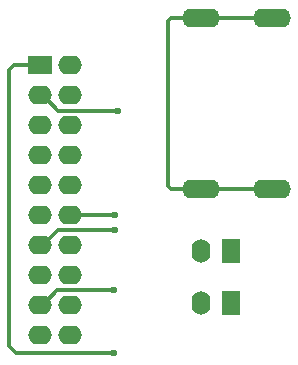
<source format=gtl>
G04*
G04 #@! TF.GenerationSoftware,Altium Limited,Altium Designer,23.3.1 (30)*
G04*
G04 Layer_Physical_Order=1*
G04 Layer_Color=255*
%FSLAX44Y44*%
%MOMM*%
G71*
G04*
G04 #@! TF.SameCoordinates,C5E1189D-41B8-4AFE-B9F0-E66C201BB24E*
G04*
G04*
G04 #@! TF.FilePolarity,Positive*
G04*
G01*
G75*
%ADD17C,0.3000*%
%ADD18C,0.3810*%
%ADD19O,3.2000X1.6000*%
%ADD20O,1.6000X2.0000*%
%ADD21R,1.6000X2.0000*%
%ADD22R,2.0000X1.6000*%
%ADD23O,2.0000X1.6000*%
%ADD24C,0.6000*%
D17*
X953000Y509500D02*
X1012600D01*
X953000Y654500D02*
X1012600D01*
X925000Y652000D02*
X927500Y654500D01*
X925000Y512000D02*
X927500Y509500D01*
X925000Y512000D02*
Y652000D01*
X927500Y509500D02*
X953000D01*
X927500Y654500D02*
X953000D01*
X790000Y377000D02*
X796000Y371000D01*
X879000D01*
X790000Y377000D02*
Y610000D01*
X794680Y614680D01*
X816610D01*
X818610Y462280D02*
X831330Y475000D01*
X880000D01*
X831130Y424000D02*
X879000D01*
X818610Y411480D02*
X831130Y424000D01*
X816610Y411480D02*
X818610D01*
X831890Y576000D02*
X882000D01*
X818610Y589280D02*
X831890Y576000D01*
X842010Y487680D02*
X879680D01*
D18*
X816610Y589280D02*
X818610D01*
X816610Y462280D02*
X818610D01*
X879680Y487680D02*
X880000Y488000D01*
D19*
X1012600Y509500D02*
D03*
Y654500D02*
D03*
X953000Y509500D02*
D03*
Y654500D02*
D03*
D20*
X952300Y413000D02*
D03*
D03*
Y457000D02*
D03*
D03*
D21*
X977700Y413000D02*
D03*
D03*
Y457000D02*
D03*
D03*
D22*
X816610Y614680D02*
D03*
D23*
Y589280D02*
D03*
Y563880D02*
D03*
Y538480D02*
D03*
Y513080D02*
D03*
Y487680D02*
D03*
Y462280D02*
D03*
Y436880D02*
D03*
Y411480D02*
D03*
Y386080D02*
D03*
X842010Y614680D02*
D03*
Y589280D02*
D03*
Y563880D02*
D03*
Y538480D02*
D03*
Y513080D02*
D03*
Y487680D02*
D03*
Y462280D02*
D03*
Y436880D02*
D03*
Y411480D02*
D03*
Y386080D02*
D03*
D24*
X879000Y371000D02*
D03*
Y424000D02*
D03*
X880000Y475000D02*
D03*
Y488000D02*
D03*
X882000Y576000D02*
D03*
M02*

</source>
